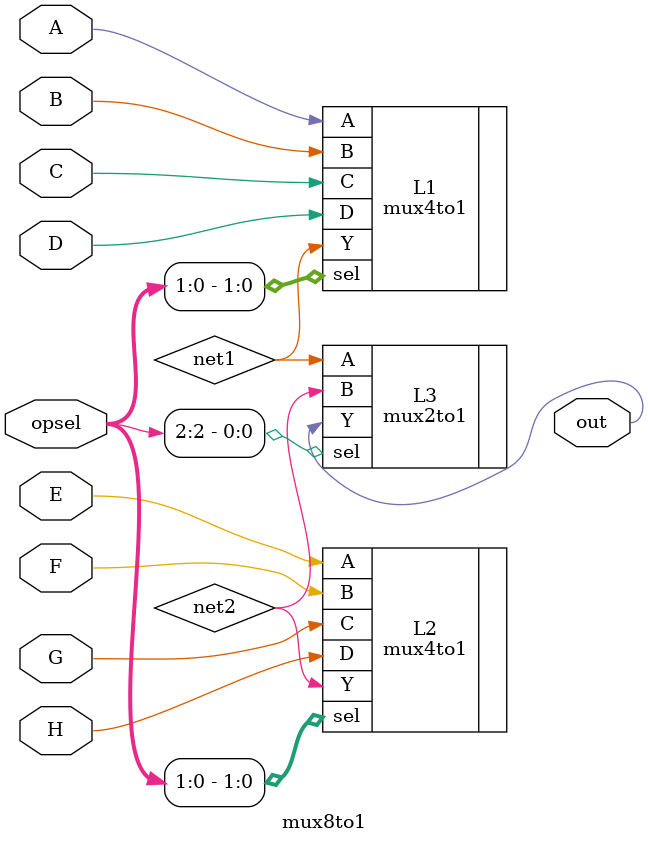
<source format=sv>
`timescale 1ns / 1ps


module mux8to1(
    input logic A,
    input logic B,
    input logic C,
    input logic D,
    input logic E,
    input logic F,
    input logic G,
    input logic H,
    input logic [2:0] opsel,
    output logic out
    );
    
    wire net1;
    wire net2;
    
    mux4to1 L1(
        .A(A),
        .B(B),
        .C(C),
        .D(D),
        .sel(opsel[1:0]),
        .Y(net1)
    );
    
    mux4to1 L2(
        .A(E),
        .B(F),
        .C(G),
        .D(H),
        .sel(opsel[1:0]),
        .Y(net2)
    );
    
    mux2to1 L3(
        .A(net1),
        .B(net2),
        .sel(opsel[2]),
        .Y(out)
    );
endmodule

</source>
